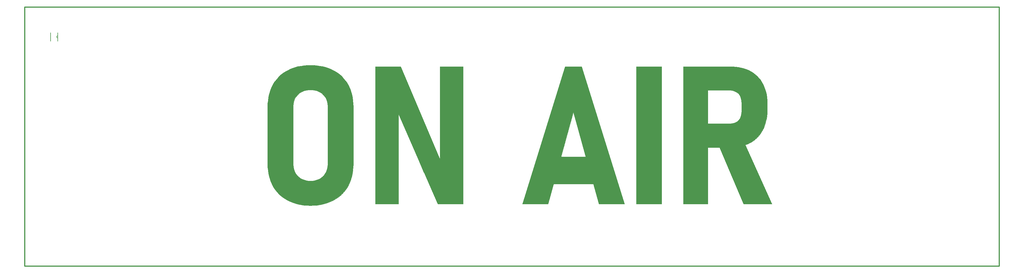
<source format=gbr>
G04 GENERATED BY PULSONIX 12.5 GERBER.DLL 9449*
G04 #@! TF.GenerationSoftware,Pulsonix,Pulsonix,12.5.9449*
G04 #@! TF.CreationDate,2024-11-25T21:04:47--1:00*
G04 #@! TF.Part,Single*
%FSLAX35Y35*%
%LPD*%
%MOMM*%
G04 #@! TF.FileFunction,Legend,Top*
G04 #@! TF.FilePolarity,Positive*
G04 #@! TA.AperFunction,Profile*
%ADD10C,0.30000*%
G04 #@! TA.AperFunction,Material*
%ADD11C,0.20000*%
G04 #@! TD.AperFunction*
%ADD12C,0.00001*%
G04 #@! TA.AperFunction,Material*
%ADD14C,0.20320*%
%ADD81C,0.15000*%
G04 #@! TD.AperFunction*
X0Y0D02*
D02*
D10*
X31295000Y850500D02*
Y8850500D01*
X1295000D01*
Y850500D01*
X31295000D01*
D02*
D11*
X12471000Y5549500D02*
X13201250D01*
X12852000Y6121000D01*
X12344000Y6025750D01*
X12471000Y5549500D01*
G36*
X12471000Y5549500D02*
X13201250D01*
X12852000Y6121000D01*
X12344000Y6025750D01*
X12471000Y5549500D01*
G37*
X14344250Y4120750D02*
X13645750D01*
X13963250Y3454000D01*
X14503000Y3517500D01*
X14344250Y4120750D01*
G36*
X14344250Y4120750D02*
X13645750D01*
X13963250Y3454000D01*
X14503000Y3517500D01*
X14344250Y4120750D01*
G37*
X17360500Y4660500D02*
X16916000Y3263500D01*
X17424000Y3073000D01*
X17551000Y3390500D01*
X18821000D01*
X18948000Y3073000D01*
X19329000Y3136500D01*
X19075000Y4216000D01*
X17741500D01*
X17868500Y4533500D01*
X17360500Y4660500D01*
G36*
X17360500Y4660500D02*
X16916000Y3263500D01*
X17424000Y3073000D01*
X17551000Y3390500D01*
X18821000D01*
X18948000Y3073000D01*
X19329000Y3136500D01*
X19075000Y4216000D01*
X17741500D01*
X17868500Y4533500D01*
X17360500Y4660500D01*
G37*
D02*
D12*
X10085096Y2719159D02*
X9987000Y2722662D01*
X9892408Y2729669D01*
X9797816Y2743683D01*
X9710230Y2761200D01*
X9626148Y2782220D01*
X9542066Y2806744D01*
X9461488Y2841778D01*
X9387916Y2876812D01*
X9314344Y2918854D01*
X9247779Y2964398D01*
X9184718Y3013446D01*
X9125160Y3065997D01*
X9069105Y3122052D01*
X9020057Y3185113D01*
X8974513Y3251678D01*
X8928968Y3321747D01*
X8893934Y3395318D01*
X8858900Y3472394D01*
X8834376Y3552972D01*
X8809852Y3637054D01*
X8792335Y3721136D01*
X8781825Y3812225D01*
X8771314Y3906817D01*
Y4001410D01*
Y5770636D01*
Y5868731D01*
X8781825Y5963324D01*
X8792335Y6050909D01*
X8809852Y6138495D01*
X8834376Y6222577D01*
X8858900Y6303155D01*
X8893934Y6380230D01*
X8928968Y6453802D01*
X8974513Y6523871D01*
X9020057Y6590436D01*
X9069105Y6649994D01*
X9125160Y6709552D01*
X9184718Y6762103D01*
X9247779Y6811151D01*
X9314344Y6856695D01*
X9387916Y6895233D01*
X9461488Y6933771D01*
X9542066Y6965301D01*
X9626148Y6989825D01*
X9710230Y7014349D01*
X9797816Y7028363D01*
X9892408Y7042376D01*
X9987000Y7049383D01*
X10085096Y7052887D01*
X10186695Y7049383D01*
X10281288Y7042376D01*
X10375880Y7028363D01*
X10463465Y7014349D01*
X10551051Y6989825D01*
X10631629Y6965301D01*
X10712208Y6933771D01*
X10789283Y6895233D01*
X10859352Y6856695D01*
X10929420Y6811151D01*
X10992481Y6762103D01*
X11052040Y6709552D01*
X11104591Y6649994D01*
X11157142Y6590436D01*
X11202687Y6523871D01*
X11244728Y6453802D01*
X11283265Y6380230D01*
X11314796Y6303155D01*
X11342823Y6222577D01*
X11363844Y6138495D01*
X11381361Y6050909D01*
X11395375Y5963324D01*
X11402381Y5868731D01*
X11405885Y5770636D01*
Y4001410D01*
X11402381Y3906817D01*
X11395375Y3812225D01*
X11381361Y3721136D01*
X11363844Y3637054D01*
X11342823Y3552972D01*
X11314796Y3472394D01*
X11283265Y3395318D01*
X11244728Y3321747D01*
X11202687Y3251678D01*
X11157142Y3185113D01*
X11104591Y3122052D01*
X11052040Y3065997D01*
X10992481Y3013446D01*
X10929420Y2964398D01*
X10859352Y2918854D01*
X10789283Y2876812D01*
X10712208Y2841778D01*
X10631629Y2806744D01*
X10551051Y2782220D01*
X10463465Y2761200D01*
X10375880Y2743683D01*
X10281288Y2729669D01*
X10186695Y2722662D01*
X10085096Y2719159D01*
Y3482904D02*
X10148158D01*
X10204212Y3489911D01*
X10256764Y3503924D01*
X10309315Y3517938D01*
X10354859Y3538958D01*
X10400404Y3566986D01*
X10442445Y3595013D01*
X10477479Y3630047D01*
X10512513Y3668585D01*
X10540541Y3710626D01*
X10568568Y3759674D01*
X10586085Y3808722D01*
X10603602Y3861273D01*
X10614112Y3917328D01*
X10621119Y3976886D01*
X10624623Y4039947D01*
Y5739105D01*
X10621119Y5798663D01*
X10614112Y5858221D01*
X10603602Y5914276D01*
X10586085Y5966827D01*
X10568568Y6015875D01*
X10544044Y6061419D01*
X10512513Y6103460D01*
X10480982Y6141998D01*
X10442445Y6177032D01*
X10400404Y6208563D01*
X10358363Y6233087D01*
X10309315Y6254107D01*
X10260267Y6271625D01*
X10204212Y6282135D01*
X10148158Y6289142D01*
X10085096Y6292645D01*
X10025538Y6289142D01*
X9969483Y6282135D01*
X9916932Y6271625D01*
X9867884Y6254107D01*
X9818836Y6233087D01*
X9776795Y6208563D01*
X9734754Y6177032D01*
X9696217Y6141998D01*
X9661183Y6103460D01*
X9633155Y6061419D01*
X9608631Y6015875D01*
X9587611Y5966827D01*
X9573597Y5914276D01*
X9559583Y5858221D01*
X9556080Y5798663D01*
X9552577Y5739105D01*
Y4039947D01*
X9556080Y3976886D01*
X9559583Y3917328D01*
X9573597Y3861273D01*
X9587611Y3808722D01*
X9608631Y3759674D01*
X9633155Y3710626D01*
X9661183Y3668585D01*
X9696217Y3630047D01*
X9734754Y3595013D01*
X9776795Y3566986D01*
X9818836Y3538958D01*
X9867884Y3517938D01*
X9916932Y3503924D01*
X9969483Y3489911D01*
X10025538Y3482904D01*
X10085096D01*
X8771314Y4887774D02*
G36*
X8771314Y4887774D02*
Y4001410D01*
Y3906817D01*
X8781825Y3812225D01*
X8792335Y3721136D01*
X8809852Y3637054D01*
X8834376Y3552972D01*
X8858900Y3472394D01*
X8893934Y3395318D01*
X8928968Y3321747D01*
X8974513Y3251678D01*
X9020057Y3185113D01*
X9069105Y3122052D01*
X9125160Y3065997D01*
X9184718Y3013446D01*
X9247779Y2964398D01*
X9314344Y2918854D01*
X9387916Y2876812D01*
X9461488Y2841778D01*
X9542066Y2806744D01*
X9626148Y2782220D01*
X9710230Y2761200D01*
X9797816Y2743683D01*
X9892408Y2729669D01*
X9987000Y2722662D01*
X10085096Y2719159D01*
X10186695Y2722662D01*
X10281288Y2729669D01*
X10375880Y2743683D01*
X10463465Y2761200D01*
X10551051Y2782220D01*
X10631629Y2806744D01*
X10712208Y2841778D01*
X10789283Y2876812D01*
X10859352Y2918854D01*
X10929420Y2964398D01*
X10992481Y3013446D01*
X11052040Y3065997D01*
X11104591Y3122052D01*
X11157142Y3185113D01*
X11202687Y3251678D01*
X11244728Y3321747D01*
X11283265Y3395318D01*
X11314796Y3472394D01*
X11342823Y3552972D01*
X11363844Y3637054D01*
X11381361Y3721136D01*
X11395375Y3812225D01*
X11402381Y3906817D01*
X11405885Y4001410D01*
Y4887774D01*
X10624623D01*
Y4039947D01*
X10621119Y3976886D01*
X10614112Y3917328D01*
X10603602Y3861273D01*
X10586085Y3808722D01*
X10568568Y3759674D01*
X10540541Y3710626D01*
X10512513Y3668585D01*
X10477479Y3630047D01*
X10442445Y3595013D01*
X10400404Y3566986D01*
X10354859Y3538958D01*
X10309315Y3517938D01*
X10256764Y3503924D01*
X10204212Y3489911D01*
X10148158Y3482904D01*
X10085096D01*
X10025538D01*
X9969483Y3489911D01*
X9916932Y3503924D01*
X9867884Y3517938D01*
X9818836Y3538958D01*
X9776795Y3566986D01*
X9734754Y3595013D01*
X9696217Y3630047D01*
X9661183Y3668585D01*
X9633155Y3710626D01*
X9608631Y3759674D01*
X9587611Y3808722D01*
X9573597Y3861273D01*
X9559583Y3917328D01*
X9556080Y3976886D01*
X9552577Y4039947D01*
Y4887774D01*
X8771314D01*
G37*
Y5868731D02*
G36*
X8771314Y5868731D02*
Y5770636D01*
Y4887774D01*
X9552577D01*
Y5739105D01*
X9556080Y5798663D01*
X9559583Y5858221D01*
X9573597Y5914276D01*
X9587611Y5966827D01*
X9608631Y6015875D01*
X9633155Y6061419D01*
X9661183Y6103460D01*
X9696217Y6141998D01*
X9734754Y6177032D01*
X9776795Y6208563D01*
X9818836Y6233087D01*
X9867884Y6254107D01*
X9916932Y6271625D01*
X9969483Y6282135D01*
X10025538Y6289142D01*
X10085096Y6292645D01*
X10148158Y6289142D01*
X10204212Y6282135D01*
X10260267Y6271625D01*
X10309315Y6254107D01*
X10358363Y6233087D01*
X10400404Y6208563D01*
X10442445Y6177032D01*
X10480982Y6141998D01*
X10512513Y6103460D01*
X10544044Y6061419D01*
X10568568Y6015875D01*
X10586085Y5966827D01*
X10603602Y5914276D01*
X10614112Y5858221D01*
X10621119Y5798663D01*
X10624623Y5739105D01*
Y4887774D01*
X11405885D01*
Y5770636D01*
X11402381Y5868731D01*
X11395375Y5963324D01*
X11381361Y6050909D01*
X11363844Y6138495D01*
X11342823Y6222577D01*
X11314796Y6303155D01*
X11283265Y6380230D01*
X11244728Y6453802D01*
X11202687Y6523871D01*
X11157142Y6590436D01*
X11104591Y6649994D01*
X11052040Y6709552D01*
X10992481Y6762103D01*
X10929420Y6811151D01*
X10859352Y6856695D01*
X10789283Y6895233D01*
X10712208Y6933771D01*
X10631629Y6965301D01*
X10551051Y6989825D01*
X10463465Y7014349D01*
X10375880Y7028363D01*
X10281288Y7042376D01*
X10186695Y7049383D01*
X10085096Y7052887D01*
X9987000Y7049383D01*
X9892408Y7042376D01*
X9797816Y7028363D01*
X9710230Y7014349D01*
X9626148Y6989825D01*
X9542066Y6965301D01*
X9461488Y6933771D01*
X9387916Y6895233D01*
X9314344Y6856695D01*
X9247779Y6811151D01*
X9184718Y6762103D01*
X9125160Y6709552D01*
X9069105Y6649994D01*
X9020057Y6590436D01*
X8974513Y6523871D01*
X8928968Y6453802D01*
X8893934Y6380230D01*
X8858900Y6303155D01*
X8834376Y6222577D01*
X8809852Y6138495D01*
X8792335Y6050909D01*
X8781825Y5963324D01*
X8771314Y5868731D01*
G37*
X12089051Y2768207D02*
Y7007342D01*
X12863307D01*
X14149061Y3962872D01*
X14075489Y3871783D01*
Y7007342D01*
X14790187D01*
Y2768207D01*
X14008924D01*
X12730177Y5707574D01*
X12800245Y5798663D01*
Y2768207D01*
X12089051D01*
G36*
X12089051Y2768207D02*
Y7007342D01*
X12863307D01*
X14149061Y3962872D01*
X14075489Y3871783D01*
Y7007342D01*
X14790187D01*
Y2768207D01*
X14008924D01*
X12730177Y5707574D01*
X12800245Y5798663D01*
Y2768207D01*
X12089051D01*
G37*
X16615467Y2764703D02*
X17929249Y7007342D01*
X18437245D01*
X19758033Y2764703D01*
X18966261D01*
X18184999Y5602472D01*
X17403736Y2764703D01*
X16615467D01*
X17347682Y3437359D02*
Y4159063D01*
X19043336D01*
Y3437359D01*
X17347682D01*
X16615467Y2764703D02*
G36*
X16615467Y2764703D02*
X17403736D01*
X17588924Y3437359D01*
X17347682D01*
Y4159063D01*
X17787616D01*
X18184999Y5602472D01*
X18582382Y4159063D01*
X19043336D01*
Y3437359D01*
X18781073D01*
X18966261Y2764703D01*
X19758033D01*
X18437245Y7007342D01*
X17929249D01*
X16615467Y2764703D01*
G37*
X20896644Y7007342D02*
Y2764703D01*
X20118885D01*
Y7007342D01*
X20896644D01*
G36*
X20896644Y7007342D02*
Y2764703D01*
X20118885D01*
Y7007342D01*
X20896644D01*
G37*
X21888111Y4516412D02*
Y5248626D01*
X23009205D01*
X23086280Y5255633D01*
X23156349Y5273150D01*
X23215907Y5308185D01*
X23268458Y5353729D01*
X23310499Y5413287D01*
X23338526Y5479852D01*
X23359547Y5553424D01*
X23363050Y5637506D01*
Y5875738D01*
X23359547Y5963324D01*
X23342030Y6040399D01*
X23310499Y6110467D01*
X23268458Y6170025D01*
X23215907Y6215570D01*
X23156349Y6250604D01*
X23086280Y6271625D01*
X23009205Y6278631D01*
X21888111D01*
Y7010846D01*
X23016212D01*
X23103797Y7007342D01*
X23184376Y7003839D01*
X23264955Y6993329D01*
X23342030Y6975812D01*
X23415602Y6958294D01*
X23489173Y6933771D01*
X23555738Y6909247D01*
X23622303Y6877716D01*
X23681861Y6839178D01*
X23741419Y6800641D01*
X23793971Y6758600D01*
X23846522Y6713055D01*
X23892066Y6664007D01*
X23937611Y6607953D01*
X23976148Y6551898D01*
X24011183Y6492340D01*
X24042713Y6425775D01*
X24070741Y6359210D01*
X24095265Y6289142D01*
X24116285Y6215570D01*
X24130299Y6141998D01*
X24140809Y6061419D01*
X24147816Y5980841D01*
Y5896759D01*
Y5648016D01*
Y5560431D01*
X24140809Y5479852D01*
X24130299Y5399273D01*
X24112782Y5322198D01*
X24095265Y5248626D01*
X24070741Y5175055D01*
X24042713Y5108490D01*
X24011183Y5041925D01*
X23972645Y4982367D01*
X23934107Y4922809D01*
X23892066Y4870257D01*
X23843019Y4817706D01*
X23793971Y4772162D01*
X23737916Y4726617D01*
X23681861Y4688080D01*
X23618800Y4653045D01*
X23555738Y4621515D01*
X23485670Y4593487D01*
X23415602Y4568963D01*
X23342030Y4547943D01*
X23264955Y4533929D01*
X23184376Y4523419D01*
X23103797Y4516412D01*
X23016212D01*
X21888111D01*
G36*
X21888111Y4516412D02*
Y5248626D01*
X23009205D01*
X23086280Y5255633D01*
X23156349Y5273150D01*
X23215907Y5308185D01*
X23268458Y5353729D01*
X23310499Y5413287D01*
X23338526Y5479852D01*
X23359547Y5553424D01*
X23363050Y5637506D01*
Y5875738D01*
X23359547Y5963324D01*
X23342030Y6040399D01*
X23310499Y6110467D01*
X23268458Y6170025D01*
X23215907Y6215570D01*
X23156349Y6250604D01*
X23086280Y6271625D01*
X23009205Y6278631D01*
X21888111D01*
Y7010846D01*
X23016212D01*
X23103797Y7007342D01*
X23184376Y7003839D01*
X23264955Y6993329D01*
X23342030Y6975812D01*
X23415602Y6958294D01*
X23489173Y6933771D01*
X23555738Y6909247D01*
X23622303Y6877716D01*
X23681861Y6839178D01*
X23741419Y6800641D01*
X23793971Y6758600D01*
X23846522Y6713055D01*
X23892066Y6664007D01*
X23937611Y6607953D01*
X23976148Y6551898D01*
X24011183Y6492340D01*
X24042713Y6425775D01*
X24070741Y6359210D01*
X24095265Y6289142D01*
X24116285Y6215570D01*
X24130299Y6141998D01*
X24140809Y6061419D01*
X24147816Y5980841D01*
Y5896759D01*
Y5648016D01*
Y5560431D01*
X24140809Y5479852D01*
X24130299Y5399273D01*
X24112782Y5322198D01*
X24095265Y5248626D01*
X24070741Y5175055D01*
X24042713Y5108490D01*
X24011183Y5041925D01*
X23972645Y4982367D01*
X23934107Y4922809D01*
X23892066Y4870257D01*
X23843019Y4817706D01*
X23793971Y4772162D01*
X23737916Y4726617D01*
X23681861Y4688080D01*
X23618800Y4653045D01*
X23555738Y4621515D01*
X23485670Y4593487D01*
X23415602Y4568963D01*
X23342030Y4547943D01*
X23264955Y4533929D01*
X23184376Y4523419D01*
X23103797Y4516412D01*
X23016212D01*
X21888111D01*
G37*
X21565797Y2764703D02*
Y7010846D01*
X22319032D01*
Y2764703D01*
X21565797D01*
G36*
X21565797Y2764703D02*
Y7010846D01*
X22319032D01*
Y2764703D01*
X21565797D01*
G37*
X23426112D02*
X22627333Y4646039D01*
X23387574Y4782672D01*
X24298463Y2764703D01*
X23426112D01*
G36*
X23426112Y2764703D02*
X22627333Y4646039D01*
X23387574Y4782672D01*
X24298463Y2764703D01*
X23426112D01*
G37*
D02*
D14*
X8893500Y4135000D02*
Y4643000D01*
Y5087500D02*
Y5595500D01*
X8927530Y6074030D02*
X9181530Y6513970D01*
Y3153030D02*
X8927530Y3592970D01*
X9367470Y3846970D02*
X9621470Y3407030D01*
X9401500Y4643000D02*
Y4135000D01*
Y5595500D02*
Y5087500D01*
X9621470Y6259970D02*
X9367470Y5820030D01*
X9846000Y3309500D02*
X10354000D01*
X9846000Y6865500D02*
X10354000D01*
Y2801500D02*
X9846000D01*
X10354000Y6357500D02*
X9846000D01*
X10578530Y3407030D02*
X10832530Y3846970D01*
X10798500Y4135000D02*
Y4643000D01*
Y5087500D02*
Y5595500D01*
X10832530Y5820030D02*
X10578530Y6259970D01*
X11018470Y6513970D02*
X11272470Y6074030D01*
Y3592970D02*
X11018470Y3153030D01*
X11306500Y4643000D02*
Y4135000D01*
Y5595500D02*
Y5087500D01*
X12147875Y2880875D02*
Y3388875D01*
Y3706375D02*
Y4214375D01*
Y4595375D02*
Y5103375D01*
Y5420875D02*
Y5928875D01*
Y6309875D02*
Y6817875D01*
X12655875Y3388875D02*
Y2880875D01*
Y4214375D02*
Y3706375D01*
Y5103375D02*
Y4595375D01*
Y5928875D02*
Y5420875D01*
Y6817875D02*
Y6309875D01*
X12949939Y5262446D02*
X12751446Y5730061D01*
X13219061Y5928554D02*
X13417554Y5460939D01*
X13267437Y4500446D02*
X13068946Y4968063D01*
X13536563Y5166554D02*
X13735054Y4698937D01*
X13584937Y3738446D02*
X13386446Y4206063D01*
X13854063Y4404554D02*
X14052554Y3936937D01*
X14164000Y2880875D02*
Y3388875D01*
Y3706375D02*
Y4214375D01*
Y4595375D02*
Y5103375D01*
Y5420875D02*
Y5928875D01*
Y6309875D02*
Y6817875D01*
X14672000Y3388875D02*
Y2880875D01*
Y4214375D02*
Y3706375D01*
Y5103375D02*
Y4595375D01*
Y5928875D02*
Y5420875D01*
Y6817875D02*
Y6309875D01*
X16799586Y3013862D02*
X16948112Y3499664D01*
X17053586Y3839361D02*
X17202111Y4325164D01*
X17291711Y4617236D02*
X17440236Y5103039D01*
X17433914Y3351138D02*
X17285388Y2865336D01*
X17513961Y5410986D02*
X17662486Y5896789D01*
X17687914Y4176639D02*
X17539389Y3690836D01*
X17894625Y4023875D02*
X18402625D01*
X17894625Y6579750D02*
X18402625D01*
X17926039Y4954514D02*
X17777514Y4468711D01*
X18148289Y5748264D02*
X17999764Y5262461D01*
X18329236D02*
X18180711Y5748264D01*
X18402625Y3515875D02*
X17894625D01*
X18402625Y6071750D02*
X17894625D01*
X18551486Y4468711D02*
X18402961Y4954514D01*
X18666514Y5896789D02*
X18815039Y5410986D01*
X18805486Y3690836D02*
X18656961Y4176639D01*
X18888764Y5103039D02*
X19037289Y4617236D01*
X19043611Y2865336D02*
X18895086Y3351139D01*
X19142764Y4325164D02*
X19291289Y3839361D01*
X19380889Y3499664D02*
X19529414Y3013861D01*
X20244125Y2946000D02*
Y3454000D01*
Y3771500D02*
Y4279500D01*
Y4660500D02*
Y5168500D01*
Y5486000D02*
Y5994000D01*
Y6311500D02*
Y6819500D01*
X20752125Y3454000D02*
Y2946000D01*
Y4279500D02*
Y3771500D01*
Y5168500D02*
Y4660500D01*
Y5994000D02*
Y5486000D01*
Y6819500D02*
Y6311500D01*
X21704625Y2946000D02*
Y3454000D01*
Y3771500D02*
Y4279500D01*
Y4660500D02*
Y5168500D01*
Y5486000D02*
Y5994000D01*
Y6311500D02*
Y6819500D01*
X22212625Y3454000D02*
Y2946000D01*
Y4279500D02*
Y3771500D01*
Y5168500D02*
Y4660500D01*
Y5994000D02*
Y5486000D01*
Y6819500D02*
Y6311500D01*
X22482500Y5135125D02*
X22990500D01*
X22514250Y6819500D02*
X23022250D01*
X22990500Y4627125D02*
X22482500D01*
X23022250Y6311500D02*
X22514250D01*
X23147521Y3720274D02*
X22940899Y4184354D01*
X23202790Y5087500D02*
X23562000Y5446710D01*
X23404979Y4390976D02*
X23611601Y3926896D01*
X23482625Y6109415D02*
X23123415Y6468625D01*
X23482625Y6827835D02*
X23841835Y6468625D01*
X23514375Y6024125D02*
X24022375D01*
X23528521Y2847148D02*
X23321898Y3311229D01*
X23785979Y3517852D02*
X23992602Y3053771D01*
X23921210Y5087500D02*
X23562000Y4728290D01*
X24022375Y5516125D02*
X23514375D01*
D02*
D81*
X2084250Y8059125D02*
Y7799125D01*
X2304250D02*
Y8059125D01*
Y7959605D02*
G75*
G03*
Y7898645I0J-30480D01*
G01*
X0Y0D02*
M02*

</source>
